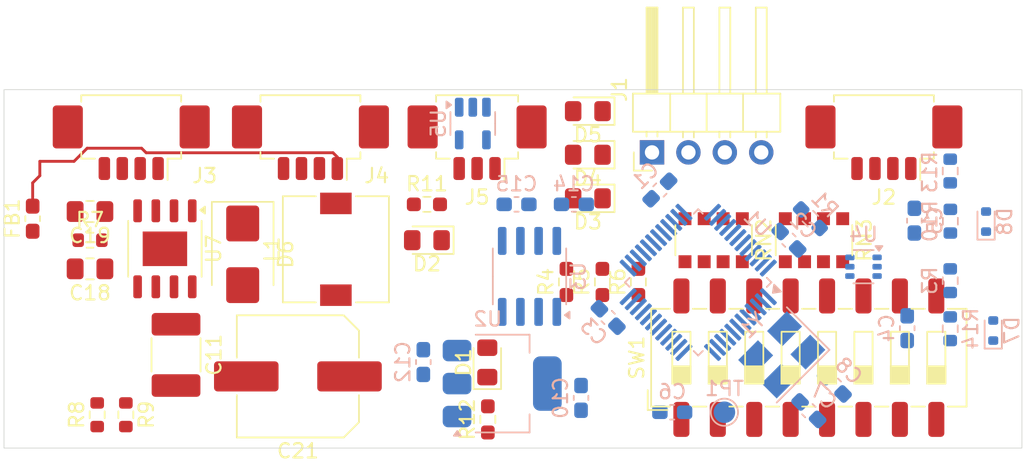
<source format=kicad_pcb>
(kicad_pcb
	(version 20241229)
	(generator "pcbnew")
	(generator_version "9.0")
	(general
		(thickness 1.6)
		(legacy_teardrops no)
	)
	(paper "A4")
	(layers
		(0 "F.Cu" signal)
		(2 "B.Cu" signal)
		(9 "F.Adhes" user "F.Adhesive")
		(11 "B.Adhes" user "B.Adhesive")
		(13 "F.Paste" user)
		(15 "B.Paste" user)
		(5 "F.SilkS" user "F.Silkscreen")
		(7 "B.SilkS" user "B.Silkscreen")
		(1 "F.Mask" user)
		(3 "B.Mask" user)
		(17 "Dwgs.User" user "User.Drawings")
		(19 "Cmts.User" user "User.Comments")
		(21 "Eco1.User" user "User.Eco1")
		(23 "Eco2.User" user "User.Eco2")
		(25 "Edge.Cuts" user)
		(27 "Margin" user)
		(31 "F.CrtYd" user "F.Courtyard")
		(29 "B.CrtYd" user "B.Courtyard")
		(35 "F.Fab" user)
		(33 "B.Fab" user)
		(39 "User.1" user)
		(41 "User.2" user)
		(43 "User.3" user)
		(45 "User.4" user)
	)
	(setup
		(pad_to_mask_clearance 0)
		(allow_soldermask_bridges_in_footprints no)
		(tenting front back)
		(pcbplotparams
			(layerselection 0x00000000_00000000_55555555_5755f5ff)
			(plot_on_all_layers_selection 0x00000000_00000000_00000000_00000000)
			(disableapertmacros no)
			(usegerberextensions no)
			(usegerberattributes yes)
			(usegerberadvancedattributes yes)
			(creategerberjobfile yes)
			(dashed_line_dash_ratio 12.000000)
			(dashed_line_gap_ratio 3.000000)
			(svgprecision 4)
			(plotframeref no)
			(mode 1)
			(useauxorigin no)
			(hpglpennumber 1)
			(hpglpenspeed 20)
			(hpglpendiameter 15.000000)
			(pdf_front_fp_property_popups yes)
			(pdf_back_fp_property_popups yes)
			(pdf_metadata yes)
			(pdf_single_document no)
			(dxfpolygonmode yes)
			(dxfimperialunits yes)
			(dxfusepcbnewfont yes)
			(psnegative no)
			(psa4output no)
			(plot_black_and_white yes)
			(plotinvisibletext no)
			(sketchpadsonfab no)
			(plotpadnumbers no)
			(hidednponfab no)
			(sketchdnponfab yes)
			(crossoutdnponfab yes)
			(subtractmaskfromsilk no)
			(outputformat 1)
			(mirror no)
			(drillshape 1)
			(scaleselection 1)
			(outputdirectory "")
		)
	)
	(net 0 "")
	(net 1 "GND")
	(net 2 "+3.3V")
	(net 3 "/NRST")
	(net 4 "/OSC_OUT")
	(net 5 "/OSC_IN")
	(net 6 "Net-(U2-GND)")
	(net 7 "V_IN")
	(net 8 "+5V")
	(net 9 "Net-(U7-COMP)")
	(net 10 "Net-(C19-Pad2)")
	(net 11 "/STATUS_LED1")
	(net 12 "/STATUS_LED1_K")
	(net 13 "/STATUS_LED2")
	(net 14 "/STATUS_LED2_K")
	(net 15 "/STATUS_LED3")
	(net 16 "/STATUS_LED3_K")
	(net 17 "/Reg3.3Sw")
	(net 18 "/SWDIO")
	(net 19 "/SWCLK")
	(net 20 "/USART1_RX")
	(net 21 "/USART1_TX")
	(net 22 "/CAN+")
	(net 23 "/CAN-")
	(net 24 "Net-(J5-Pin_2)")
	(net 25 "/BOOT0")
	(net 26 "Net-(U7-FB)")
	(net 27 "/CFG6")
	(net 28 "/CFG2")
	(net 29 "/CFG7")
	(net 30 "/CFG1")
	(net 31 "/CFG5")
	(net 32 "/CFG4")
	(net 33 "/CFG3")
	(net 34 "/CFG0")
	(net 35 "/BUTTON_CONTACT_2")
	(net 36 "unconnected-(U1-PB5-Pad41)")
	(net 37 "/LED_DATA")
	(net 38 "/BUTTON_CONTACT_1")
	(net 39 "unconnected-(U1-PA4-Pad14)")
	(net 40 "unconnected-(U1-PA15-Pad38)")
	(net 41 "unconnected-(U1-PA2-Pad12)")
	(net 42 "unconnected-(U1-PB12-Pad25)")
	(net 43 "unconnected-(U1-PB4-Pad40)")
	(net 44 "unconnected-(U1-PA11-Pad32)")
	(net 45 "/CAN_TX")
	(net 46 "unconnected-(U1-PA12-Pad33)")
	(net 47 "unconnected-(U1-PB3-Pad39)")
	(net 48 "unconnected-(U1-PA3-Pad13)")
	(net 49 "unconnected-(U1-PA6-Pad16)")
	(net 50 "unconnected-(U1-PB15-Pad28)")
	(net 51 "unconnected-(U1-PA10-Pad31)")
	(net 52 "unconnected-(U1-PA5-Pad15)")
	(net 53 "/CAN_RX")
	(net 54 "unconnected-(U5-NC-Pad1)")
	(net 55 "unconnected-(U7-VREF-Pad6)")
	(net 56 "unconnected-(U7-SYNC-Pad2)")
	(net 57 "/PWR_LED_3.3_K")
	(net 58 "/PWR_LED_5_K")
	(net 59 "/V_BUS")
	(net 60 "Net-(D7-K)")
	(net 61 "Net-(D8-A)")
	(net 62 "Net-(D8-K)")
	(net 63 "Net-(D7-A)")
	(footprint "Resistor_SMD:R_0603_1608Metric_Pad0.98x0.95mm_HandSolder" (layer "F.Cu") (at 66.74 38.4125 90))
	(footprint "Capacitor_SMD:C_1812_4532Metric_Pad1.57x3.40mm_HandSolder" (layer "F.Cu") (at 36.999999 43.499999 -90))
	(footprint "Connector_Molex:Molex_PicoBlade_53261-0471_1x04-1MP_P1.25mm_Horizontal" (layer "F.Cu") (at 86.375 28.1 180))
	(footprint "LED_SMD:LED_0805_2012Metric_Pad1.15x1.40mm_HandSolder" (layer "F.Cu") (at 58.71 44.024999 90))
	(footprint "Resistor_SMD:R_Array_Convex_4x1206" (layer "F.Cu") (at 81.5 35.5 -90))
	(footprint "Resistor_SMD:R_0603_1608Metric" (layer "F.Cu") (at 33.5 47.675 -90))
	(footprint "Resistor_SMD:R_0603_1608Metric" (layer "F.Cu") (at 31.5 47.675 90))
	(footprint "LED_SMD:LED_0805_2012Metric_Pad1.15x1.40mm_HandSolder" (layer "F.Cu") (at 65.725001 26.5 180))
	(footprint "Capacitor_SMD:C_0805_2012Metric_Pad1.18x1.45mm_HandSolder" (layer "F.Cu") (at 31 37.5 180))
	(footprint "Diode_SMD:D_SMB" (layer "F.Cu") (at 41.649999 36.484997 -90))
	(footprint "Package_SO:HSOP-8-1EP_3.9x4.9mm_P1.27mm_EP2.41x3.1mm" (layer "F.Cu") (at 36.224999 36.099999 -90))
	(footprint "Resistor_SMD:R_0603_1608Metric_Pad0.98x0.95mm_HandSolder" (layer "F.Cu") (at 64.23 38.4125 90))
	(footprint "LED_SMD:LED_0805_2012Metric_Pad1.15x1.40mm_HandSolder" (layer "F.Cu") (at 65.725002 29.540001 180))
	(footprint "Connector_Molex:Molex_PicoBlade_53261-0471_1x04-1MP_P1.25mm_Horizontal" (layer "F.Cu") (at 33.875 28.1 180))
	(footprint "Connector_Molex:Molex_PicoBlade_53261-0371_1x03-1MP_P1.25mm_Horizontal" (layer "F.Cu") (at 58 28.1 180))
	(footprint "Resistor_SMD:R_0603_1608Metric_Pad0.98x0.95mm_HandSolder" (layer "F.Cu") (at 69.25 38.4125 90))
	(footprint "Inductor_SMD:L_7.3x7.3_H3.5" (layer "F.Cu") (at 48.15 36.134998 90))
	(footprint "Connector_PinHeader_2.54mm:PinHeader_1x04_P2.54mm_Horizontal" (layer "F.Cu") (at 70.2 29.375 90))
	(footprint "Resistor_SMD:R_Array_Convex_4x1206" (layer "F.Cu") (at 74.5 35.5 -90))
	(footprint "Resistor_SMD:R_0603_1608Metric_Pad0.98x0.95mm_HandSolder" (layer "F.Cu") (at 54.5 33))
	(footprint "Resistor_SMD:R_0603_1608Metric" (layer "F.Cu") (at 31 35.5))
	(footprint "Connector_Molex:Molex_PicoBlade_53261-0471_1x04-1MP_P1.25mm_Horizontal" (layer "F.Cu") (at 46.375 28.1 180))
	(footprint "Capacitor_SMD:C_Elec_8x10.2" (layer "F.Cu") (at 45.5 45 180))
	(footprint "Button_Switch_SMD:SW_DIP_SPSTx08_Slide_6.7x21.88mm_W8.61mm_P2.54mm_LowProfile" (layer "F.Cu") (at 81.14 43.695 90))
	(footprint "Inductor_SMD:L_0603_1608Metric_Pad1.05x0.95mm_HandSolder" (layer "F.Cu") (at 27 34 90))
	(footprint "Capacitor_SMD:C_0805_2012Metric_Pad1.18x1.45mm_HandSolder" (layer "F.Cu") (at 31 33.5 180))
	(footprint "Resistor_SMD:R_0603_1608Metric_Pad0.98x0.95mm_HandSolder" (layer "F.Cu") (at 58.75 48 90))
	(footprint "LED_SMD:LED_0805_2012Metric_Pad1.15x1.40mm_HandSolder" (layer "F.Cu") (at 65.725002 32.58 180))
	(footprint "LED_SMD:LED_0805_2012Metric_Pad1.15x1.40mm_HandSolder" (layer "F.Cu") (at 54.5 35.5 180))
	(footprint "Resistor_SMD:R_0603_1608Metric" (layer "B.Cu") (at 91 38.325 -90))
	(footprint "Resistor_SMD:R_0603_1608Metric" (layer "B.Cu") (at 91 41.675 90))
	(footprint "Capacitor_SMD:C_0603_1608Metric_Pad1.08x0.95mm_HandSolder" (layer "B.Cu") (at 88.5 34.1375 90))
	(footprint "Capacitor_SMD:C_0603_1608Metric_Pad1.08x0.95mm_HandSolder" (layer "B.Cu") (at 71.6125 47.5 180))
	(footprint "Capacitor_SMD:C_0603_1608Metric_Pad1.08x0.95mm_HandSolder"
		(layer "B.Cu")
		(uuid "34d1bef9-61c0-4e11-8b33-5cc3a6e763b8")
		(at 82.914958 45.615282 135)
		(descr "Capacitor SMD 0603 (1608 Metric), square (rectangular) end terminal, IPC_7351 nominal with elongated pad for handsoldering. (Body size source: IPC-SM-782 page 76, https://www.pcb-3d.com/wordpress/wp-content/uploads/ipc-sm-782a_amendment_1_and_2.pdf), generated with kicad-footprint-generator")
		(tags "capacitor handsolder")
		(property "Reference" "C8"
			(at 0 1.43 135)
			(layer "B.SilkS")
			(uuid "7e4de465-efba-41f5-bdba-c63d71d31824")
			(effects
				(font
					(size 1 1)
					(thickness 0.15)
				)
				(justify mirror)
			)
		)
		(property "Value" "10p"
			(at 0 -1.43 135)
			(layer "B.Fab")
			(uuid "20f4736b-d860-4ee3-b553-5ad647bef05d")
			(effects
				(font
					(size 1 1)
					(thickness 0.15)
				)
				(justify mirror)
			)
		)
		(property "Datasheet" ""
			(at 0 0 315)
			(unlocked yes)
			(layer "B.Fab")
			(hide yes)
			(uuid "0030b8e1-f5c9-4cd9-96c8-dc495d592388")
			(effects
				(font
					(size 1.27 1.27)
					(thickness 0.15)
				)
				(justify mirror)
			)
		)
		(property "Description" "Unpolarized capacitor"
			(at 0 0 315)
			(unlocked yes)
			(layer "B.Fab")
			(hide yes)
			(uuid "8487079f-5973-4cb9-99bc-137fe337f8cb")
			(effects
				(font
					(size 1.27 1.27)
					(thickness 0.15)
				)
				(justify mirror)
			)
		)
		(property ki_fp_filters "C_*")
		(path "/e038a79c-44a0-43eb-ba9b-aa3763f0f74c")
		(sheetname "/")
		(sheetfile "buzzer_pcb.kicad_sch")
		(attr smd)
		(fp_line
			(start -0.146267 -0.51)
			(end 0.146267 -0.51)
			(stroke
				(width 0.12)
				(type solid)
			)
			(layer "B.SilkS")
			(uuid "4f1cb89c-12e9-41c6-8d84-eba806f46c98")
		)
		(fp_line
			(start -0.146267 0.51)
			(end 0.146267 0.51)
			(stroke
				(width 0.12)
				(type solid)
			)
			(layer "B.SilkS")
			(uuid "b5791d42-d127-437d-b8e2-26caadfe427d")
		)
		(fp_line
			(start 1.65 -0.73)
			(end -1.65 -0.73)
			(stroke
				(width 0.05)
				(type solid)
			)
			(layer "B.CrtYd")
			(uuid "05b63486-a2ca-463f-8b4c-1b4b3af142f2")
		)
		(fp_line
			(start 1.65 0.73)
			(end 1.65 -0.73)
			(stroke
				(width 0.05)
				(type solid)
			)
			(layer "B.CrtYd")
			(uuid "cfec9533-1eed-44f3-b92a-6af1e3f3fd92")
		)
		(fp_line
			(start -1.65 -0.73)
			(end -1.65 0.73)
			(stroke
				(width 0.05)
				(type solid)
			)
			(layer "B.CrtYd")
			(uuid "4b2e8604-42d9-48aa-af7b-9eb92f0f1ca6")
		)
		(fp_line
			(start -1.65 0.73)
			(end 1.65 0.73)
			(stroke
				(width 0.05)
				(type solid)
			)
			(layer "B.CrtYd")
			(uuid "d3d4ec80-e294-433a-8f2e-3d34c8ad319c")
		)
		(fp_line
			(start 0.8 -0.4)
			(end -0.8 -0.4)
			(stroke
				(width 0.1)
				(type solid)
			)
			(layer "B.Fab")
			(uuid "cb7ca704-a7d0-4062-b11b-cf3968dce069")
		)
		(fp_line
			(start 0.8 0.4)
			(end 0.8 -0.4)
			(stroke
				(width 0.1)
				(type solid)
			)
			(layer "B.Fab")
			(uuid "8380352c-aa7c-46fc-b03d-3b4e8a79a570")
		)
		(fp_line
			(start -0.8 -0.4)
			(end -0.8 0.4)
			(stroke
				(width 0.1)
				(type solid)
			)
			(layer "B.Fab")
			(uuid "e6674ae1-5a04-4a6e-b08c-f911cb5f6d07")
		)
		(fp_line
			(start -0.8 0.4)
			(end 0.8 0.4)
			(stroke
				(width 0.1)
				(type solid)
			)
			(layer "B.Fab")
			(uuid "509248f4-2c83-4966-b527-004eb3437930")
		)
		(fp_text user "${REFERENCE}"
			(at 0 0 135)
			(layer "B.Fab")
			(uuid "913f55a3-9465-4cf8-b4fb-3cfef039a820")
			(effects
				(font
					(size 0.4 0.4)
					(thickness 0.06)
				)
				(justify mirror)
			)
		)
		(pad "1" smd roundrect
			(at -0.862501 0 135)
			(size 1.075 0.95)
			(layers "B.Cu" "B.Mask" "B.Paste")
			(roundrect_rratio 0.25)
			(net 1 "GND")
			(pintype "passive")
			(
... [116112 chars truncated]
</source>
